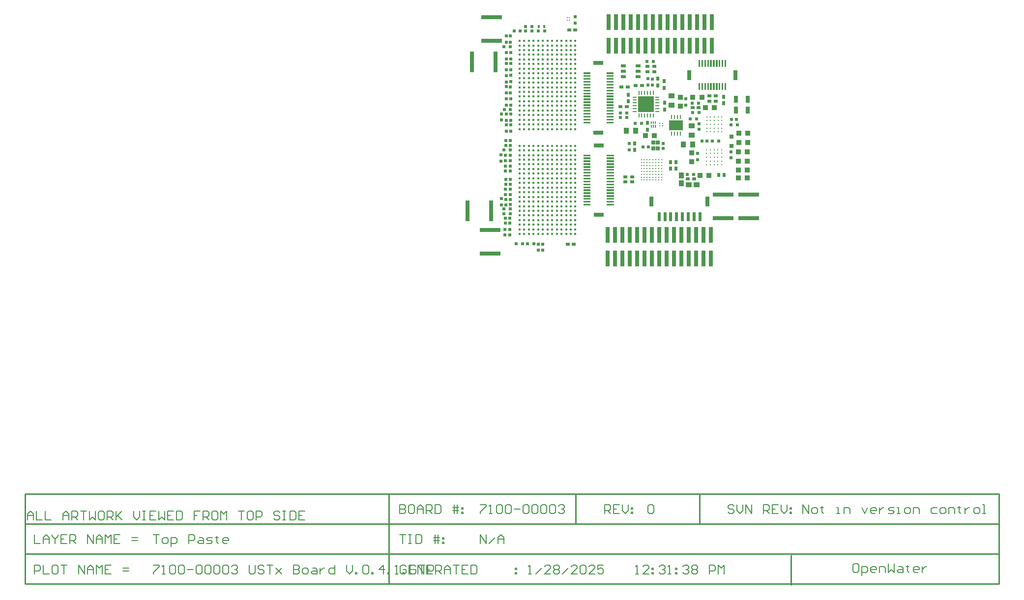
<source format=gtp>
G04*
G04 #@! TF.GenerationSoftware,Altium Limited,Altium Designer,24.3.1 (35)*
G04*
G04 Layer_Color=8421504*
%FSAX25Y25*%
%MOIN*%
G70*
G04*
G04 #@! TF.SameCoordinates,9BAF8AC8-72E2-4161-A934-73288D8D8D4B*
G04*
G04*
G04 #@! TF.FilePolarity,Positive*
G04*
G01*
G75*
%ADD11C,0.01000*%
%ADD20C,0.00800*%
%ADD21C,0.00984*%
%ADD22C,0.01575*%
%ADD23R,0.02559X0.02953*%
%ADD24R,0.03937X0.03540*%
%ADD25R,0.03937X0.03540*%
%ADD26C,0.01100*%
%ADD27R,0.02400X0.02200*%
%ADD28R,0.03750X0.02200*%
%ADD29R,0.02362X0.06102*%
%ADD30R,0.03150X0.07087*%
%ADD31R,0.02913X0.11004*%
%ADD32R,0.02000X0.02600*%
%ADD33R,0.10630X0.10630*%
%ADD34O,0.03150X0.00984*%
%ADD35O,0.00984X0.03150*%
%ADD36R,0.02800X0.04900*%
%ADD37R,0.03200X0.03200*%
%ADD38R,0.02800X0.02200*%
%ADD39R,0.07087X0.03150*%
%ADD40R,0.02000X0.02400*%
%ADD41R,0.09800X0.06900*%
%ADD42R,0.01000X0.03100*%
%ADD43R,0.03600X0.03700*%
%ADD44R,0.02200X0.02200*%
%ADD45R,0.14200X0.02500*%
%ADD46R,0.02200X0.02000*%
%ADD47C,0.00787*%
%ADD48C,0.01300*%
%ADD49R,0.03740X0.04432*%
%ADD50R,0.04432X0.03740*%
%ADD51R,0.02400X0.02000*%
%ADD52R,0.02200X0.02400*%
%ADD53R,0.02600X0.02000*%
%ADD54R,0.03540X0.03937*%
%ADD55R,0.03540X0.03937*%
%ADD56R,0.03700X0.03600*%
%ADD57R,0.01800X0.02200*%
%ADD58R,0.02283X0.02598*%
%ADD59R,0.02283X0.02598*%
%ADD60R,0.02200X0.02200*%
%ADD61R,0.03150X0.02975*%
%ADD62R,0.02500X0.14200*%
G36*
X0515399Y0390871D02*
X0514296D01*
Y0395596D01*
X0515399D01*
Y0390871D01*
D02*
G37*
G36*
X0513430D02*
X0512328D01*
Y0395596D01*
X0513430D01*
Y0390871D01*
D02*
G37*
G36*
X0511462D02*
X0510359D01*
Y0395596D01*
X0511462D01*
Y0390871D01*
D02*
G37*
G36*
X0509493D02*
X0508391D01*
Y0395596D01*
X0509493D01*
Y0390871D01*
D02*
G37*
G36*
X0507525D02*
X0506422D01*
Y0395596D01*
X0507525D01*
Y0390871D01*
D02*
G37*
G36*
X0505556D02*
X0504454D01*
Y0395596D01*
X0505556D01*
Y0390871D01*
D02*
G37*
G36*
X0503588D02*
X0502485D01*
Y0395596D01*
X0503588D01*
Y0390871D01*
D02*
G37*
G36*
X0501619D02*
X0500517D01*
Y0395596D01*
X0501619D01*
Y0390871D01*
D02*
G37*
G36*
X0499651D02*
X0498548D01*
Y0395596D01*
X0499651D01*
Y0390871D01*
D02*
G37*
G36*
X0497682D02*
X0496580D01*
Y0395596D01*
X0497682D01*
Y0390871D01*
D02*
G37*
G36*
X0438957Y0386021D02*
X0434233D01*
Y0387124D01*
X0438957D01*
Y0386021D01*
D02*
G37*
G36*
X0423209D02*
X0418485D01*
Y0387124D01*
X0423209D01*
Y0386021D01*
D02*
G37*
G36*
X0438957Y0384053D02*
X0434233D01*
Y0385155D01*
X0438957D01*
Y0384053D01*
D02*
G37*
G36*
X0423209D02*
X0418485D01*
Y0385155D01*
X0423209D01*
Y0384053D01*
D02*
G37*
G36*
X0438957Y0382084D02*
X0434233D01*
Y0383187D01*
X0438957D01*
Y0382084D01*
D02*
G37*
G36*
X0423209D02*
X0418485D01*
Y0383187D01*
X0423209D01*
Y0382084D01*
D02*
G37*
G36*
X0438957Y0380116D02*
X0434233D01*
Y0381218D01*
X0438957D01*
Y0380116D01*
D02*
G37*
G36*
X0423209D02*
X0418485D01*
Y0381218D01*
X0423209D01*
Y0380116D01*
D02*
G37*
G36*
X0438957Y0378148D02*
X0434233D01*
Y0379250D01*
X0438957D01*
Y0378148D01*
D02*
G37*
G36*
X0423209D02*
X0418485D01*
Y0379250D01*
X0423209D01*
Y0378148D01*
D02*
G37*
G36*
X0438957Y0376179D02*
X0434233D01*
Y0377281D01*
X0438957D01*
Y0376179D01*
D02*
G37*
G36*
X0423209D02*
X0418485D01*
Y0377281D01*
X0423209D01*
Y0376179D01*
D02*
G37*
G36*
X0515399Y0375123D02*
X0514296D01*
Y0379847D01*
X0515399D01*
Y0375123D01*
D02*
G37*
G36*
X0513430D02*
X0512328D01*
Y0379847D01*
X0513430D01*
Y0375123D01*
D02*
G37*
G36*
X0511462D02*
X0510359D01*
Y0379847D01*
X0511462D01*
Y0375123D01*
D02*
G37*
G36*
X0509493D02*
X0508391D01*
Y0379847D01*
X0509493D01*
Y0375123D01*
D02*
G37*
G36*
X0507525D02*
X0506422D01*
Y0379847D01*
X0507525D01*
Y0375123D01*
D02*
G37*
G36*
X0505556D02*
X0504454D01*
Y0379847D01*
X0505556D01*
Y0375123D01*
D02*
G37*
G36*
X0503588D02*
X0502485D01*
Y0379847D01*
X0503588D01*
Y0375123D01*
D02*
G37*
G36*
X0501619D02*
X0500517D01*
Y0379847D01*
X0501619D01*
Y0375123D01*
D02*
G37*
G36*
X0499651D02*
X0498548D01*
Y0379847D01*
X0499651D01*
Y0375123D01*
D02*
G37*
G36*
X0497682D02*
X0496580D01*
Y0379847D01*
X0497682D01*
Y0375123D01*
D02*
G37*
G36*
X0438957Y0374211D02*
X0434233D01*
Y0375313D01*
X0438957D01*
Y0374211D01*
D02*
G37*
G36*
X0423209D02*
X0418485D01*
Y0375313D01*
X0423209D01*
Y0374211D01*
D02*
G37*
G36*
X0438957Y0372242D02*
X0434233D01*
Y0373344D01*
X0438957D01*
Y0372242D01*
D02*
G37*
G36*
X0423209D02*
X0418485D01*
Y0373344D01*
X0423209D01*
Y0372242D01*
D02*
G37*
G36*
X0438957Y0370273D02*
X0434233D01*
Y0371376D01*
X0438957D01*
Y0370273D01*
D02*
G37*
G36*
X0423209D02*
X0418485D01*
Y0371376D01*
X0423209D01*
Y0370273D01*
D02*
G37*
G36*
X0438957Y0368305D02*
X0434233D01*
Y0369407D01*
X0438957D01*
Y0368305D01*
D02*
G37*
G36*
X0423209D02*
X0418485D01*
Y0369407D01*
X0423209D01*
Y0368305D01*
D02*
G37*
G36*
X0438957Y0366336D02*
X0434233D01*
Y0367439D01*
X0438957D01*
Y0366336D01*
D02*
G37*
G36*
X0423209D02*
X0418485D01*
Y0367439D01*
X0423209D01*
Y0366336D01*
D02*
G37*
G36*
X0438957Y0364368D02*
X0434233D01*
Y0365470D01*
X0438957D01*
Y0364368D01*
D02*
G37*
G36*
X0423209D02*
X0418485D01*
Y0365470D01*
X0423209D01*
Y0364368D01*
D02*
G37*
G36*
X0438957Y0362400D02*
X0434233D01*
Y0363502D01*
X0438957D01*
Y0362400D01*
D02*
G37*
G36*
X0423209D02*
X0418485D01*
Y0363502D01*
X0423209D01*
Y0362400D01*
D02*
G37*
G36*
X0438957Y0360431D02*
X0434233D01*
Y0361533D01*
X0438957D01*
Y0360431D01*
D02*
G37*
G36*
X0423209D02*
X0418485D01*
Y0361533D01*
X0423209D01*
Y0360431D01*
D02*
G37*
G36*
X0438957Y0358463D02*
X0434233D01*
Y0359565D01*
X0438957D01*
Y0358463D01*
D02*
G37*
G36*
X0423209D02*
X0418485D01*
Y0359565D01*
X0423209D01*
Y0358463D01*
D02*
G37*
G36*
X0438957Y0356494D02*
X0434233D01*
Y0357596D01*
X0438957D01*
Y0356494D01*
D02*
G37*
G36*
X0423209D02*
X0418485D01*
Y0357596D01*
X0423209D01*
Y0356494D01*
D02*
G37*
G36*
X0438957Y0354525D02*
X0434233D01*
Y0355628D01*
X0438957D01*
Y0354525D01*
D02*
G37*
G36*
X0423209D02*
X0418485D01*
Y0355628D01*
X0423209D01*
Y0354525D01*
D02*
G37*
G36*
X0438957Y0352557D02*
X0434233D01*
Y0353659D01*
X0438957D01*
Y0352557D01*
D02*
G37*
G36*
X0423209D02*
X0418485D01*
Y0353659D01*
X0423209D01*
Y0352557D01*
D02*
G37*
G36*
X0467616Y0352118D02*
X0467024D01*
Y0354008D01*
X0467616D01*
Y0352118D01*
D02*
G37*
G36*
X0466237D02*
X0465646D01*
Y0354008D01*
X0466237D01*
Y0352118D01*
D02*
G37*
G36*
X0464860D02*
X0464268D01*
Y0354008D01*
X0464860D01*
Y0352118D01*
D02*
G37*
G36*
X0467616Y0349480D02*
X0467024D01*
Y0351371D01*
X0467616D01*
Y0349480D01*
D02*
G37*
G36*
X0466237D02*
X0465646D01*
Y0351371D01*
X0466237D01*
Y0349480D01*
D02*
G37*
G36*
X0464860D02*
X0464268D01*
Y0351371D01*
X0464860D01*
Y0349480D01*
D02*
G37*
G36*
X0439181Y0330238D02*
X0434456D01*
Y0331340D01*
X0439181D01*
Y0330238D01*
D02*
G37*
G36*
X0423433D02*
X0418708D01*
Y0331340D01*
X0423433D01*
Y0330238D01*
D02*
G37*
G36*
X0439181Y0328269D02*
X0434456D01*
Y0329372D01*
X0439181D01*
Y0328269D01*
D02*
G37*
G36*
X0423433D02*
X0418708D01*
Y0329372D01*
X0423433D01*
Y0328269D01*
D02*
G37*
G36*
X0439181Y0326301D02*
X0434456D01*
Y0327403D01*
X0439181D01*
Y0326301D01*
D02*
G37*
G36*
X0423433D02*
X0418708D01*
Y0327403D01*
X0423433D01*
Y0326301D01*
D02*
G37*
G36*
X0439181Y0324332D02*
X0434456D01*
Y0325435D01*
X0439181D01*
Y0324332D01*
D02*
G37*
G36*
X0423433D02*
X0418708D01*
Y0325435D01*
X0423433D01*
Y0324332D01*
D02*
G37*
G36*
X0439181Y0322364D02*
X0434456D01*
Y0323466D01*
X0439181D01*
Y0322364D01*
D02*
G37*
G36*
X0423433D02*
X0418708D01*
Y0323466D01*
X0423433D01*
Y0322364D01*
D02*
G37*
G36*
X0439181Y0320395D02*
X0434456D01*
Y0321498D01*
X0439181D01*
Y0320395D01*
D02*
G37*
G36*
X0423433D02*
X0418708D01*
Y0321498D01*
X0423433D01*
Y0320395D01*
D02*
G37*
G36*
X0439181Y0318427D02*
X0434456D01*
Y0319529D01*
X0439181D01*
Y0318427D01*
D02*
G37*
G36*
X0423433D02*
X0418708D01*
Y0319529D01*
X0423433D01*
Y0318427D01*
D02*
G37*
G36*
X0439181Y0316458D02*
X0434456D01*
Y0317561D01*
X0439181D01*
Y0316458D01*
D02*
G37*
G36*
X0423433D02*
X0418708D01*
Y0317561D01*
X0423433D01*
Y0316458D01*
D02*
G37*
G36*
X0439181Y0314490D02*
X0434456D01*
Y0315592D01*
X0439181D01*
Y0314490D01*
D02*
G37*
G36*
X0423433D02*
X0418708D01*
Y0315592D01*
X0423433D01*
Y0314490D01*
D02*
G37*
G36*
X0439181Y0312521D02*
X0434456D01*
Y0313624D01*
X0439181D01*
Y0312521D01*
D02*
G37*
G36*
X0423433D02*
X0418708D01*
Y0313624D01*
X0423433D01*
Y0312521D01*
D02*
G37*
G36*
X0439181Y0310553D02*
X0434456D01*
Y0311655D01*
X0439181D01*
Y0310553D01*
D02*
G37*
G36*
X0423433D02*
X0418708D01*
Y0311655D01*
X0423433D01*
Y0310553D01*
D02*
G37*
G36*
X0439181Y0308584D02*
X0434456D01*
Y0309687D01*
X0439181D01*
Y0308584D01*
D02*
G37*
G36*
X0423433D02*
X0418708D01*
Y0309687D01*
X0423433D01*
Y0308584D01*
D02*
G37*
G36*
X0439181Y0306616D02*
X0434456D01*
Y0307718D01*
X0439181D01*
Y0306616D01*
D02*
G37*
G36*
X0423433D02*
X0418708D01*
Y0307718D01*
X0423433D01*
Y0306616D01*
D02*
G37*
G36*
X0439181Y0304647D02*
X0434456D01*
Y0305750D01*
X0439181D01*
Y0304647D01*
D02*
G37*
G36*
X0423433D02*
X0418708D01*
Y0305750D01*
X0423433D01*
Y0304647D01*
D02*
G37*
G36*
X0439181Y0302679D02*
X0434456D01*
Y0303781D01*
X0439181D01*
Y0302679D01*
D02*
G37*
G36*
X0423433D02*
X0418708D01*
Y0303781D01*
X0423433D01*
Y0302679D01*
D02*
G37*
G36*
X0439181Y0300710D02*
X0434456D01*
Y0301813D01*
X0439181D01*
Y0300710D01*
D02*
G37*
G36*
X0423433D02*
X0418708D01*
Y0301813D01*
X0423433D01*
Y0300710D01*
D02*
G37*
G36*
X0439181Y0298742D02*
X0434456D01*
Y0299844D01*
X0439181D01*
Y0298742D01*
D02*
G37*
G36*
X0423433D02*
X0418708D01*
Y0299844D01*
X0423433D01*
Y0298742D01*
D02*
G37*
G36*
X0439181Y0296773D02*
X0434456D01*
Y0297876D01*
X0439181D01*
Y0296773D01*
D02*
G37*
G36*
X0423433D02*
X0418708D01*
Y0297876D01*
X0423433D01*
Y0296773D01*
D02*
G37*
G54D11*
X0497200Y0080717D02*
Y0101050D01*
X0413200Y0080717D02*
Y0101050D01*
X0040000Y0080717D02*
X0700200D01*
X0040000Y0060383D02*
X0700000D01*
X0040000Y0040050D02*
X0440500D01*
X0040050Y0101050D02*
X0700200D01*
X0040050Y0040050D02*
Y0101050D01*
Y0040050D02*
X0197600D01*
X0040000D02*
Y0101050D01*
X0286500Y0040050D02*
Y0101050D01*
X0700200Y0040050D02*
Y0101050D01*
X0440500Y0040050D02*
X0700200D01*
X0559400Y0039400D02*
Y0059683D01*
G54D20*
X0126900Y0073549D02*
X0130899D01*
X0128899D01*
Y0067551D01*
X0133898D02*
X0135897D01*
X0136897Y0068550D01*
Y0070550D01*
X0135897Y0071549D01*
X0133898D01*
X0132898Y0070550D01*
Y0068550D01*
X0133898Y0067551D01*
X0138896Y0065551D02*
Y0071549D01*
X0141895D01*
X0142895Y0070550D01*
Y0068550D01*
X0141895Y0067551D01*
X0138896D01*
X0150892D02*
Y0073549D01*
X0153891D01*
X0154891Y0072549D01*
Y0070550D01*
X0153891Y0069550D01*
X0150892D01*
X0157890Y0071549D02*
X0159889D01*
X0160889Y0070550D01*
Y0067551D01*
X0157890D01*
X0156890Y0068550D01*
X0157890Y0069550D01*
X0160889D01*
X0162888Y0067551D02*
X0165887D01*
X0166887Y0068550D01*
X0165887Y0069550D01*
X0163888D01*
X0162888Y0070550D01*
X0163888Y0071549D01*
X0166887D01*
X0169886Y0072549D02*
Y0071549D01*
X0168886D01*
X0170886D01*
X0169886D01*
Y0068550D01*
X0170886Y0067551D01*
X0176884D02*
X0174884D01*
X0173885Y0068550D01*
Y0070550D01*
X0174884Y0071549D01*
X0176884D01*
X0177884Y0070550D01*
Y0069550D01*
X0173885D01*
X0567400Y0087833D02*
Y0093831D01*
X0571399Y0087833D01*
Y0093831D01*
X0574398Y0087833D02*
X0576397D01*
X0577397Y0088833D01*
Y0090832D01*
X0576397Y0091832D01*
X0574398D01*
X0573398Y0090832D01*
Y0088833D01*
X0574398Y0087833D01*
X0580396Y0092832D02*
Y0091832D01*
X0579396D01*
X0581395D01*
X0580396D01*
Y0088833D01*
X0581395Y0087833D01*
X0590393D02*
X0592392D01*
X0591392D01*
Y0091832D01*
X0590393D01*
X0595391Y0087833D02*
Y0091832D01*
X0598390D01*
X0599390Y0090832D01*
Y0087833D01*
X0607387Y0091832D02*
X0609386Y0087833D01*
X0611386Y0091832D01*
X0616384Y0087833D02*
X0614385D01*
X0613385Y0088833D01*
Y0090832D01*
X0614385Y0091832D01*
X0616384D01*
X0617384Y0090832D01*
Y0089833D01*
X0613385D01*
X0619383Y0091832D02*
Y0087833D01*
Y0089833D01*
X0620383Y0090832D01*
X0621383Y0091832D01*
X0622382D01*
X0625381Y0087833D02*
X0628380D01*
X0629380Y0088833D01*
X0628380Y0089833D01*
X0626381D01*
X0625381Y0090832D01*
X0626381Y0091832D01*
X0629380D01*
X0631379Y0087833D02*
X0633379D01*
X0632379D01*
Y0091832D01*
X0631379D01*
X0637377Y0087833D02*
X0639377D01*
X0640376Y0088833D01*
Y0090832D01*
X0639377Y0091832D01*
X0637377D01*
X0636378Y0090832D01*
Y0088833D01*
X0637377Y0087833D01*
X0642376D02*
Y0091832D01*
X0645375D01*
X0646374Y0090832D01*
Y0087833D01*
X0658371Y0091832D02*
X0655372D01*
X0654372Y0090832D01*
Y0088833D01*
X0655372Y0087833D01*
X0658371D01*
X0661370D02*
X0663369D01*
X0664369Y0088833D01*
Y0090832D01*
X0663369Y0091832D01*
X0661370D01*
X0660370Y0090832D01*
Y0088833D01*
X0661370Y0087833D01*
X0666368D02*
Y0091832D01*
X0669367D01*
X0670367Y0090832D01*
Y0087833D01*
X0673366Y0092832D02*
Y0091832D01*
X0672366D01*
X0674365D01*
X0673366D01*
Y0088833D01*
X0674365Y0087833D01*
X0677364Y0091832D02*
Y0087833D01*
Y0089833D01*
X0678364Y0090832D01*
X0679364Y0091832D01*
X0680364D01*
X0684362Y0087833D02*
X0686362D01*
X0687361Y0088833D01*
Y0090832D01*
X0686362Y0091832D01*
X0684362D01*
X0683362Y0090832D01*
Y0088833D01*
X0684362Y0087833D01*
X0689361D02*
X0691360D01*
X0690360D01*
Y0093831D01*
X0689361D01*
X0520799Y0092832D02*
X0519799Y0093831D01*
X0517800D01*
X0516800Y0092832D01*
Y0091832D01*
X0517800Y0090832D01*
X0519799D01*
X0520799Y0089833D01*
Y0088833D01*
X0519799Y0087833D01*
X0517800D01*
X0516800Y0088833D01*
X0522798Y0093831D02*
Y0089833D01*
X0524797Y0087833D01*
X0526797Y0089833D01*
Y0093831D01*
X0528796Y0087833D02*
Y0093831D01*
X0532795Y0087833D01*
Y0093831D01*
X0540792Y0087833D02*
Y0093831D01*
X0543791D01*
X0544791Y0092832D01*
Y0090832D01*
X0543791Y0089833D01*
X0540792D01*
X0542792D02*
X0544791Y0087833D01*
X0550789Y0093831D02*
X0546790D01*
Y0087833D01*
X0550789D01*
X0546790Y0090832D02*
X0548790D01*
X0552788Y0093831D02*
Y0089833D01*
X0554788Y0087833D01*
X0556787Y0089833D01*
Y0093831D01*
X0558786Y0091832D02*
X0559786D01*
Y0090832D01*
X0558786D01*
Y0091832D01*
Y0088833D02*
X0559786D01*
Y0087833D01*
X0558786D01*
Y0088833D01*
X0433000Y0087833D02*
Y0093831D01*
X0435999D01*
X0436999Y0092832D01*
Y0090832D01*
X0435999Y0089833D01*
X0433000D01*
X0434999D02*
X0436999Y0087833D01*
X0442997Y0093831D02*
X0438998D01*
Y0087833D01*
X0442997D01*
X0438998Y0090832D02*
X0440997D01*
X0444996Y0093831D02*
Y0089833D01*
X0446995Y0087833D01*
X0448995Y0089833D01*
Y0093831D01*
X0450994Y0091832D02*
X0451994D01*
Y0090832D01*
X0450994D01*
Y0091832D01*
Y0088833D02*
X0451994D01*
Y0087833D01*
X0450994D01*
Y0088833D01*
X0126900Y0052965D02*
X0130899D01*
Y0051965D01*
X0126900Y0047966D01*
Y0046966D01*
X0132898D02*
X0134897D01*
X0133898D01*
Y0052965D01*
X0132898Y0051965D01*
X0137896D02*
X0138896Y0052965D01*
X0140895D01*
X0141895Y0051965D01*
Y0047966D01*
X0140895Y0046966D01*
X0138896D01*
X0137896Y0047966D01*
Y0051965D01*
X0143895D02*
X0144894Y0052965D01*
X0146894D01*
X0147893Y0051965D01*
Y0047966D01*
X0146894Y0046966D01*
X0144894D01*
X0143895Y0047966D01*
Y0051965D01*
X0149893Y0049966D02*
X0153891D01*
X0155891Y0051965D02*
X0156890Y0052965D01*
X0158890D01*
X0159889Y0051965D01*
Y0047966D01*
X0158890Y0046966D01*
X0156890D01*
X0155891Y0047966D01*
Y0051965D01*
X0161889D02*
X0162888Y0052965D01*
X0164888D01*
X0165887Y0051965D01*
Y0047966D01*
X0164888Y0046966D01*
X0162888D01*
X0161889Y0047966D01*
Y0051965D01*
X0167887D02*
X0168886Y0052965D01*
X0170886D01*
X0171885Y0051965D01*
Y0047966D01*
X0170886Y0046966D01*
X0168886D01*
X0167887Y0047966D01*
Y0051965D01*
X0173885D02*
X0174884Y0052965D01*
X0176884D01*
X0177884Y0051965D01*
Y0047966D01*
X0176884Y0046966D01*
X0174884D01*
X0173885Y0047966D01*
Y0051965D01*
X0179883D02*
X0180883Y0052965D01*
X0182882D01*
X0183882Y0051965D01*
Y0050965D01*
X0182882Y0049966D01*
X0181882D01*
X0182882D01*
X0183882Y0048966D01*
Y0047966D01*
X0182882Y0046966D01*
X0180883D01*
X0179883Y0047966D01*
X0191879Y0052965D02*
Y0047966D01*
X0192879Y0046966D01*
X0194878D01*
X0195878Y0047966D01*
Y0052965D01*
X0201876Y0051965D02*
X0200876Y0052965D01*
X0198877D01*
X0197877Y0051965D01*
Y0050965D01*
X0198877Y0049966D01*
X0200876D01*
X0201876Y0048966D01*
Y0047966D01*
X0200876Y0046966D01*
X0198877D01*
X0197877Y0047966D01*
X0203875Y0052965D02*
X0207874D01*
X0205874D01*
Y0046966D01*
X0209873Y0050965D02*
X0213872Y0046966D01*
X0211873Y0048966D01*
X0213872Y0050965D01*
X0209873Y0046966D01*
X0221869Y0052965D02*
Y0046966D01*
X0224868D01*
X0225868Y0047966D01*
Y0048966D01*
X0224868Y0049966D01*
X0221869D01*
X0224868D01*
X0225868Y0050965D01*
Y0051965D01*
X0224868Y0052965D01*
X0221869D01*
X0228867Y0046966D02*
X0230866D01*
X0231866Y0047966D01*
Y0049966D01*
X0230866Y0050965D01*
X0228867D01*
X0227867Y0049966D01*
Y0047966D01*
X0228867Y0046966D01*
X0234865Y0050965D02*
X0236864D01*
X0237864Y0049966D01*
Y0046966D01*
X0234865D01*
X0233865Y0047966D01*
X0234865Y0048966D01*
X0237864D01*
X0239863Y0050965D02*
Y0046966D01*
Y0048966D01*
X0240863Y0049966D01*
X0241863Y0050965D01*
X0242863D01*
X0249860Y0052965D02*
Y0046966D01*
X0246861D01*
X0245862Y0047966D01*
Y0049966D01*
X0246861Y0050965D01*
X0249860D01*
X0257858Y0052965D02*
Y0048966D01*
X0259857Y0046966D01*
X0261856Y0048966D01*
Y0052965D01*
X0263856Y0046966D02*
Y0047966D01*
X0264855D01*
Y0046966D01*
X0263856D01*
X0268854Y0051965D02*
X0269854Y0052965D01*
X0271853D01*
X0272853Y0051965D01*
Y0047966D01*
X0271853Y0046966D01*
X0269854D01*
X0268854Y0047966D01*
Y0051965D01*
X0274852Y0046966D02*
Y0047966D01*
X0275852D01*
Y0046966D01*
X0274852D01*
X0282850D02*
Y0052965D01*
X0279851Y0049966D01*
X0283849D01*
X0285849Y0046966D02*
Y0047966D01*
X0286848D01*
Y0046966D01*
X0285849D01*
X0290847D02*
X0292846D01*
X0291847D01*
Y0052965D01*
X0290847Y0051965D01*
X0295845Y0046966D02*
Y0047966D01*
X0296845D01*
Y0046966D01*
X0295845D01*
X0304842Y0051965D02*
X0303843Y0052965D01*
X0301843D01*
X0300844Y0051965D01*
Y0047966D01*
X0301843Y0046966D01*
X0303843D01*
X0304842Y0047966D01*
Y0049966D01*
X0302843D01*
X0306842Y0052965D02*
X0310841D01*
X0308841D01*
Y0046966D01*
X0312840D02*
Y0052965D01*
X0315839D01*
X0316839Y0051965D01*
Y0049966D01*
X0315839Y0048966D01*
X0312840D01*
X0381150Y0046966D02*
X0383149D01*
X0382150D01*
Y0052965D01*
X0381150Y0051965D01*
X0386148Y0046966D02*
X0390147Y0050965D01*
X0396145Y0046966D02*
X0392146D01*
X0396145Y0050965D01*
Y0051965D01*
X0395146Y0052965D01*
X0393146D01*
X0392146Y0051965D01*
X0398145D02*
X0399144Y0052965D01*
X0401144D01*
X0402143Y0051965D01*
Y0050965D01*
X0401144Y0049966D01*
X0402143Y0048966D01*
Y0047966D01*
X0401144Y0046966D01*
X0399144D01*
X0398145Y0047966D01*
Y0048966D01*
X0399144Y0049966D01*
X0398145Y0050965D01*
Y0051965D01*
X0399144Y0049966D02*
X0401144D01*
X0404143Y0046966D02*
X0408141Y0050965D01*
X0414139Y0046966D02*
X0410141D01*
X0414139Y0050965D01*
Y0051965D01*
X0413140Y0052965D01*
X0411140D01*
X0410141Y0051965D01*
X0416139D02*
X0417138Y0052965D01*
X0419138D01*
X0420137Y0051965D01*
Y0047966D01*
X0419138Y0046966D01*
X0417138D01*
X0416139Y0047966D01*
Y0051965D01*
X0426135Y0046966D02*
X0422137D01*
X0426135Y0050965D01*
Y0051965D01*
X0425136Y0052965D01*
X0423136D01*
X0422137Y0051965D01*
X0432133Y0052965D02*
X0428135D01*
Y0049966D01*
X0430134Y0050965D01*
X0431134D01*
X0432133Y0049966D01*
Y0047966D01*
X0431134Y0046966D01*
X0429135D01*
X0428135Y0047966D01*
X0298199Y0051965D02*
X0297199Y0052965D01*
X0295200D01*
X0294200Y0051965D01*
Y0047966D01*
X0295200Y0046966D01*
X0297199D01*
X0298199Y0047966D01*
Y0049966D01*
X0296199D01*
X0304197Y0052965D02*
X0300198D01*
Y0046966D01*
X0304197D01*
X0300198Y0049966D02*
X0302197D01*
X0306196Y0046966D02*
Y0052965D01*
X0310195Y0046966D01*
Y0052965D01*
X0316193D02*
X0312194D01*
Y0046966D01*
X0316193D01*
X0312194Y0049966D02*
X0314194D01*
X0318192Y0046966D02*
Y0052965D01*
X0321191D01*
X0322191Y0051965D01*
Y0049966D01*
X0321191Y0048966D01*
X0318192D01*
X0320192D02*
X0322191Y0046966D01*
X0324190D02*
Y0050965D01*
X0326190Y0052965D01*
X0328189Y0050965D01*
Y0046966D01*
Y0049966D01*
X0324190D01*
X0330188Y0052965D02*
X0334187D01*
X0332188D01*
Y0046966D01*
X0340185Y0052965D02*
X0336186D01*
Y0046966D01*
X0340185D01*
X0336186Y0049966D02*
X0338186D01*
X0342184Y0052965D02*
Y0046966D01*
X0345183D01*
X0346183Y0047966D01*
Y0051965D01*
X0345183Y0052965D01*
X0342184D01*
X0372175Y0050965D02*
X0373175D01*
Y0049966D01*
X0372175D01*
Y0050965D01*
Y0047966D02*
X0373175D01*
Y0046966D01*
X0372175D01*
Y0047966D01*
X0041778Y0083375D02*
Y0087374D01*
X0043777Y0089373D01*
X0045777Y0087374D01*
Y0083375D01*
Y0086374D01*
X0041778D01*
X0047776Y0089373D02*
Y0083375D01*
X0051775D01*
X0053774Y0089373D02*
Y0083375D01*
X0057773D01*
X0065770D02*
Y0087374D01*
X0067769Y0089373D01*
X0069769Y0087374D01*
Y0083375D01*
Y0086374D01*
X0065770D01*
X0071768Y0083375D02*
Y0089373D01*
X0074767D01*
X0075767Y0088373D01*
Y0086374D01*
X0074767Y0085374D01*
X0071768D01*
X0073768D02*
X0075767Y0083375D01*
X0077766Y0089373D02*
X0081765D01*
X0079766D01*
Y0083375D01*
X0083764Y0089373D02*
Y0083375D01*
X0085764Y0085374D01*
X0087763Y0083375D01*
Y0089373D01*
X0092761D02*
X0090762D01*
X0089762Y0088373D01*
Y0084374D01*
X0090762Y0083375D01*
X0092761D01*
X0093761Y0084374D01*
Y0088373D01*
X0092761Y0089373D01*
X0095760Y0083375D02*
Y0089373D01*
X0098759D01*
X0099759Y0088373D01*
Y0086374D01*
X0098759Y0085374D01*
X0095760D01*
X0097760D02*
X0099759Y0083375D01*
X0101759Y0089373D02*
Y0083375D01*
Y0085374D01*
X0105757Y0089373D01*
X0102758Y0086374D01*
X0105757Y0083375D01*
X0113755Y0089373D02*
Y0085374D01*
X0115754Y0083375D01*
X0117753Y0085374D01*
Y0089373D01*
X0119753D02*
X0121752D01*
X0120752D01*
Y0083375D01*
X0119753D01*
X0121752D01*
X0128750Y0089373D02*
X0124751D01*
Y0083375D01*
X0128750D01*
X0124751Y0086374D02*
X0126750D01*
X0130749Y0089373D02*
Y0083375D01*
X0132748Y0085374D01*
X0134748Y0083375D01*
Y0089373D01*
X0140746D02*
X0136747D01*
Y0083375D01*
X0140746D01*
X0136747Y0086374D02*
X0138747D01*
X0142745Y0089373D02*
Y0083375D01*
X0145744D01*
X0146744Y0084374D01*
Y0088373D01*
X0145744Y0089373D01*
X0142745D01*
X0158740D02*
X0154741D01*
Y0086374D01*
X0156741D01*
X0154741D01*
Y0083375D01*
X0160739D02*
Y0089373D01*
X0163738D01*
X0164738Y0088373D01*
Y0086374D01*
X0163738Y0085374D01*
X0160739D01*
X0162739D02*
X0164738Y0083375D01*
X0169737Y0089373D02*
X0167737D01*
X0166737Y0088373D01*
Y0084374D01*
X0167737Y0083375D01*
X0169737D01*
X0170736Y0084374D01*
Y0088373D01*
X0169737Y0089373D01*
X0172736Y0083375D02*
Y0089373D01*
X0174735Y0087374D01*
X0176734Y0089373D01*
Y0083375D01*
X0184732Y0089373D02*
X0188730D01*
X0186731D01*
Y0083375D01*
X0193729Y0089373D02*
X0191729D01*
X0190730Y0088373D01*
Y0084374D01*
X0191729Y0083375D01*
X0193729D01*
X0194728Y0084374D01*
Y0088373D01*
X0193729Y0089373D01*
X0196728Y0083375D02*
Y0089373D01*
X0199727D01*
X0200727Y0088373D01*
Y0086374D01*
X0199727Y0085374D01*
X0196728D01*
X0212723Y0088373D02*
X0211723Y0089373D01*
X0209723D01*
X0208724Y0088373D01*
Y0087374D01*
X0209723Y0086374D01*
X0211723D01*
X0212723Y0085374D01*
Y0084374D01*
X0211723Y0083375D01*
X0209723D01*
X0208724Y0084374D01*
X0214722Y0089373D02*
X0216721D01*
X0215722D01*
Y0083375D01*
X0214722D01*
X0216721D01*
X0219720Y0089373D02*
Y0083375D01*
X0222719D01*
X0223719Y0084374D01*
Y0088373D01*
X0222719Y0089373D01*
X0219720D01*
X0229717D02*
X0225718D01*
Y0083375D01*
X0229717D01*
X0225718Y0086374D02*
X0227718D01*
X0462150Y0092832D02*
X0463150Y0093831D01*
X0465149D01*
X0466149Y0092832D01*
Y0088833D01*
X0465149Y0087833D01*
X0463150D01*
X0462150Y0088833D01*
Y0092832D01*
X0348550Y0093831D02*
X0352549D01*
Y0092832D01*
X0348550Y0088833D01*
Y0087833D01*
X0354548D02*
X0356547D01*
X0355548D01*
Y0093831D01*
X0354548Y0092832D01*
X0359546D02*
X0360546Y0093831D01*
X0362545D01*
X0363545Y0092832D01*
Y0088833D01*
X0362545Y0087833D01*
X0360546D01*
X0359546Y0088833D01*
Y0092832D01*
X0365545D02*
X0366544Y0093831D01*
X0368544D01*
X0369543Y0092832D01*
Y0088833D01*
X0368544Y0087833D01*
X0366544D01*
X0365545Y0088833D01*
Y0092832D01*
X0371543Y0090832D02*
X0375541D01*
X0377541Y0092832D02*
X0378540Y0093831D01*
X0380540D01*
X0381539Y0092832D01*
Y0088833D01*
X0380540Y0087833D01*
X0378540D01*
X0377541Y0088833D01*
Y0092832D01*
X0383539D02*
X0384538Y0093831D01*
X0386538D01*
X0387537Y0092832D01*
Y0088833D01*
X0386538Y0087833D01*
X0384538D01*
X0383539Y0088833D01*
Y0092832D01*
X0389537D02*
X0390536Y0093831D01*
X0392536D01*
X0393535Y0092832D01*
Y0088833D01*
X0392536Y0087833D01*
X0390536D01*
X0389537Y0088833D01*
Y0092832D01*
X0395535D02*
X0396534Y0093831D01*
X0398534D01*
X0399534Y0092832D01*
Y0088833D01*
X0398534Y0087833D01*
X0396534D01*
X0395535Y0088833D01*
Y0092832D01*
X0401533D02*
X0402532Y0093831D01*
X0404532D01*
X0405532Y0092832D01*
Y0091832D01*
X0404532Y0090832D01*
X0403532D01*
X0404532D01*
X0405532Y0089833D01*
Y0088833D01*
X0404532Y0087833D01*
X0402532D01*
X0401533Y0088833D01*
X0294000Y0093831D02*
Y0087833D01*
X0296999D01*
X0297999Y0088833D01*
Y0089833D01*
X0296999Y0090832D01*
X0294000D01*
X0296999D01*
X0297999Y0091832D01*
Y0092832D01*
X0296999Y0093831D01*
X0294000D01*
X0302997D02*
X0300998D01*
X0299998Y0092832D01*
Y0088833D01*
X0300998Y0087833D01*
X0302997D01*
X0303997Y0088833D01*
Y0092832D01*
X0302997Y0093831D01*
X0305996Y0087833D02*
Y0091832D01*
X0307996Y0093831D01*
X0309995Y0091832D01*
Y0087833D01*
Y0090832D01*
X0305996D01*
X0311994Y0087833D02*
Y0093831D01*
X0314993D01*
X0315993Y0092832D01*
Y0090832D01*
X0314993Y0089833D01*
X0311994D01*
X0313994D02*
X0315993Y0087833D01*
X0317992Y0093831D02*
Y0087833D01*
X0320991D01*
X0321991Y0088833D01*
Y0092832D01*
X0320991Y0093831D01*
X0317992D01*
X0330988Y0087833D02*
Y0093831D01*
X0332987D02*
Y0087833D01*
X0329988Y0091832D02*
X0332987D01*
X0333987D01*
X0329988Y0089833D02*
X0333987D01*
X0335986Y0091832D02*
X0336986D01*
Y0090832D01*
X0335986D01*
Y0091832D01*
Y0088833D02*
X0336986D01*
Y0087833D01*
X0335986D01*
Y0088833D01*
X0046350Y0073549D02*
Y0067551D01*
X0050349D01*
X0052348D02*
Y0071549D01*
X0054347Y0073549D01*
X0056347Y0071549D01*
Y0067551D01*
Y0070550D01*
X0052348D01*
X0058346Y0073549D02*
Y0072549D01*
X0060346Y0070550D01*
X0062345Y0072549D01*
Y0073549D01*
X0060346Y0070550D02*
Y0067551D01*
X0068343Y0073549D02*
X0064344D01*
Y0067551D01*
X0068343D01*
X0064344Y0070550D02*
X0066343D01*
X0070342Y0067551D02*
Y0073549D01*
X0073341D01*
X0074341Y0072549D01*
Y0070550D01*
X0073341Y0069550D01*
X0070342D01*
X0072342D02*
X0074341Y0067551D01*
X0082338D02*
Y0073549D01*
X0086337Y0067551D01*
Y0073549D01*
X0088336Y0067551D02*
Y0071549D01*
X0090336Y0073549D01*
X0092335Y0071549D01*
Y0067551D01*
Y0070550D01*
X0088336D01*
X0094335Y0067551D02*
Y0073549D01*
X0096334Y0071549D01*
X0098333Y0073549D01*
Y0067551D01*
X0104331Y0073549D02*
X0100332D01*
Y0067551D01*
X0104331D01*
X0100332Y0070550D02*
X0102332D01*
X0112329Y0069550D02*
X0116327D01*
X0112329Y0071549D02*
X0116327D01*
X0046350Y0046966D02*
Y0052965D01*
X0049349D01*
X0050349Y0051965D01*
Y0049966D01*
X0049349Y0048966D01*
X0046350D01*
X0052348Y0052965D02*
Y0046966D01*
X0056347D01*
X0061345Y0052965D02*
X0059346D01*
X0058346Y0051965D01*
Y0047966D01*
X0059346Y0046966D01*
X0061345D01*
X0062345Y0047966D01*
Y0051965D01*
X0061345Y0052965D01*
X0064344D02*
X0068343D01*
X0066343D01*
Y0046966D01*
X0076340D02*
Y0052965D01*
X0080339Y0046966D01*
Y0052965D01*
X0082338Y0046966D02*
Y0050965D01*
X0084338Y0052965D01*
X0086337Y0050965D01*
Y0046966D01*
Y0049966D01*
X0082338D01*
X0088336Y0046966D02*
Y0052965D01*
X0090336Y0050965D01*
X0092335Y0052965D01*
Y0046966D01*
X0098333Y0052965D02*
X0094335D01*
Y0046966D01*
X0098333D01*
X0094335Y0049966D02*
X0096334D01*
X0106331Y0048966D02*
X0110329D01*
X0106331Y0050965D02*
X0110329D01*
X0454050Y0046966D02*
X0456049D01*
X0455050D01*
Y0052965D01*
X0454050Y0051965D01*
X0463047Y0046966D02*
X0459048D01*
X0463047Y0050965D01*
Y0051965D01*
X0462047Y0052965D01*
X0460048D01*
X0459048Y0051965D01*
X0465046Y0050965D02*
X0466046D01*
Y0049966D01*
X0465046D01*
Y0050965D01*
Y0047966D02*
X0466046D01*
Y0046966D01*
X0465046D01*
Y0047966D01*
X0470045Y0051965D02*
X0471044Y0052965D01*
X0473044D01*
X0474044Y0051965D01*
Y0050965D01*
X0473044Y0049966D01*
X0472044D01*
X0473044D01*
X0474044Y0048966D01*
Y0047966D01*
X0473044Y0046966D01*
X0471044D01*
X0470045Y0047966D01*
X0476043Y0046966D02*
X0478042D01*
X0477043D01*
Y0052965D01*
X0476043Y0051965D01*
X0481041Y0050965D02*
X0482041D01*
Y0049966D01*
X0481041D01*
Y0050965D01*
Y0047966D02*
X0482041D01*
Y0046966D01*
X0481041D01*
Y0047966D01*
X0486040Y0051965D02*
X0487039Y0052965D01*
X0489039D01*
X0490038Y0051965D01*
Y0050965D01*
X0489039Y0049966D01*
X0488039D01*
X0489039D01*
X0490038Y0048966D01*
Y0047966D01*
X0489039Y0046966D01*
X0487039D01*
X0486040Y0047966D01*
X0492038Y0051965D02*
X0493037Y0052965D01*
X0495037D01*
X0496036Y0051965D01*
Y0050965D01*
X0495037Y0049966D01*
X0496036Y0048966D01*
Y0047966D01*
X0495037Y0046966D01*
X0493037D01*
X0492038Y0047966D01*
Y0048966D01*
X0493037Y0049966D01*
X0492038Y0050965D01*
Y0051965D01*
X0493037Y0049966D02*
X0495037D01*
X0504034Y0046966D02*
Y0052965D01*
X0507033D01*
X0508033Y0051965D01*
Y0049966D01*
X0507033Y0048966D01*
X0504034D01*
X0510032Y0046966D02*
Y0052965D01*
X0512031Y0050965D01*
X0514031Y0052965D01*
Y0046966D01*
X0604409Y0053922D02*
X0602409D01*
X0601409Y0052922D01*
Y0048923D01*
X0602409Y0047924D01*
X0604409D01*
X0605408Y0048923D01*
Y0052922D01*
X0604409Y0053922D01*
X0607408Y0045924D02*
Y0051922D01*
X0610407D01*
X0611406Y0050923D01*
Y0048923D01*
X0610407Y0047924D01*
X0607408D01*
X0616405D02*
X0614405D01*
X0613406Y0048923D01*
Y0050923D01*
X0614405Y0051922D01*
X0616405D01*
X0617404Y0050923D01*
Y0049923D01*
X0613406D01*
X0619404Y0047924D02*
Y0051922D01*
X0622403D01*
X0623402Y0050923D01*
Y0047924D01*
X0625402Y0053922D02*
Y0047924D01*
X0627401Y0049923D01*
X0629400Y0047924D01*
Y0053922D01*
X0632400Y0051922D02*
X0634399D01*
X0635398Y0050923D01*
Y0047924D01*
X0632400D01*
X0631400Y0048923D01*
X0632400Y0049923D01*
X0635398D01*
X0638398Y0052922D02*
Y0051922D01*
X0637398D01*
X0639397D01*
X0638398D01*
Y0048923D01*
X0639397Y0047924D01*
X0645395D02*
X0643396D01*
X0642396Y0048923D01*
Y0050923D01*
X0643396Y0051922D01*
X0645395D01*
X0646395Y0050923D01*
Y0049923D01*
X0642396D01*
X0648394Y0051922D02*
Y0047924D01*
Y0049923D01*
X0649394Y0050923D01*
X0650394Y0051922D01*
X0651393D01*
X0294000Y0073498D02*
X0297999D01*
X0295999D01*
Y0067500D01*
X0299998Y0073498D02*
X0301997D01*
X0300998D01*
Y0067500D01*
X0299998D01*
X0301997D01*
X0304996Y0073498D02*
Y0067500D01*
X0307996D01*
X0308995Y0068500D01*
Y0072498D01*
X0307996Y0073498D01*
X0304996D01*
X0317992Y0067500D02*
Y0073498D01*
X0319992D02*
Y0067500D01*
X0316993Y0071499D02*
X0319992D01*
X0320991D01*
X0316993Y0069499D02*
X0320991D01*
X0322991Y0071499D02*
X0323990D01*
Y0070499D01*
X0322991D01*
Y0071499D01*
Y0068500D02*
X0323990D01*
Y0067500D01*
X0322991D01*
Y0068500D01*
X0348550Y0067500D02*
Y0073498D01*
X0352549Y0067500D01*
Y0073498D01*
X0354548Y0067500D02*
X0358547Y0071499D01*
X0360546Y0067500D02*
Y0071499D01*
X0362545Y0073498D01*
X0364545Y0071499D01*
Y0067500D01*
Y0070499D01*
X0360546D01*
G54D21*
X0472303Y0352690D02*
D03*
X0470335D02*
D03*
Y0350722D02*
D03*
X0472303D02*
D03*
G54D22*
X0375318Y0337313D02*
D03*
X0378467D02*
D03*
X0381617D02*
D03*
X0384767D02*
D03*
X0387916D02*
D03*
X0391066D02*
D03*
X0394215D02*
D03*
X0397365D02*
D03*
X0400515D02*
D03*
X0403664D02*
D03*
X0406814D02*
D03*
X0409964D02*
D03*
X0413113D02*
D03*
X0375318Y0334164D02*
D03*
X0378467D02*
D03*
X0381617D02*
D03*
X0384767D02*
D03*
X0387916D02*
D03*
X0391066D02*
D03*
X0394215D02*
D03*
X0397365D02*
D03*
X0400515D02*
D03*
X0403664D02*
D03*
X0406814D02*
D03*
X0409964D02*
D03*
X0413113D02*
D03*
X0375318Y0331014D02*
D03*
X0378467D02*
D03*
X0381617D02*
D03*
X0384767D02*
D03*
X0387916D02*
D03*
X0391066D02*
D03*
X0394215D02*
D03*
X0397365D02*
D03*
X0400515D02*
D03*
X0403664D02*
D03*
X0406814D02*
D03*
X0409964D02*
D03*
X0413113D02*
D03*
X0375318Y0327865D02*
D03*
X0378467D02*
D03*
X0381617D02*
D03*
X0384767D02*
D03*
X0387916D02*
D03*
X0391066D02*
D03*
X0394215D02*
D03*
X0397365D02*
D03*
X0400515D02*
D03*
X0403664D02*
D03*
X0406814D02*
D03*
X0409964D02*
D03*
X0413113D02*
D03*
X0375318Y0324715D02*
D03*
X0378467D02*
D03*
X0381617D02*
D03*
X0384767D02*
D03*
X0387916D02*
D03*
X0391066D02*
D03*
X0397365D02*
D03*
X0400515D02*
D03*
X0403664D02*
D03*
X0406814D02*
D03*
X0409964D02*
D03*
X0413113D02*
D03*
X0375318Y0321565D02*
D03*
X0378467D02*
D03*
X0381617D02*
D03*
X0384767D02*
D03*
X0387916D02*
D03*
X0391066D02*
D03*
X0394215D02*
D03*
X0397365D02*
D03*
X0400515D02*
D03*
X0403664D02*
D03*
X0406814D02*
D03*
X0409964D02*
D03*
X0413113D02*
D03*
X0375318Y0318416D02*
D03*
X0378467D02*
D03*
X0381617D02*
D03*
X0384767D02*
D03*
X0387916D02*
D03*
X0391066D02*
D03*
X0397365D02*
D03*
X0400515D02*
D03*
X0403664D02*
D03*
X0406814D02*
D03*
X0409964D02*
D03*
X0413113D02*
D03*
X0375318Y0315266D02*
D03*
X0378467D02*
D03*
X0381617D02*
D03*
X0384767D02*
D03*
X0387916D02*
D03*
X0391066D02*
D03*
X0397365D02*
D03*
X0400515D02*
D03*
X0403664D02*
D03*
X0406814D02*
D03*
X0409964D02*
D03*
X0413113D02*
D03*
X0375318Y0312117D02*
D03*
X0378467D02*
D03*
X0381617D02*
D03*
X0384767D02*
D03*
X0387916D02*
D03*
X0391066D02*
D03*
X0394215D02*
D03*
X0397365D02*
D03*
X0400515D02*
D03*
X0403664D02*
D03*
X0406814D02*
D03*
X0409964D02*
D03*
X0413113D02*
D03*
X0375318Y0308967D02*
D03*
X0378467D02*
D03*
X0381617D02*
D03*
X0384767D02*
D03*
X0387916D02*
D03*
X0391066D02*
D03*
X0394215D02*
D03*
X0397365D02*
D03*
X0400515D02*
D03*
X0403664D02*
D03*
X0406814D02*
D03*
X0409964D02*
D03*
X0413113D02*
D03*
X0375318Y0305817D02*
D03*
X0378467D02*
D03*
X0381617D02*
D03*
X0384767D02*
D03*
X0387916D02*
D03*
X0391066D02*
D03*
X0394215D02*
D03*
X0397365D02*
D03*
X0400515D02*
D03*
X0403664D02*
D03*
X0406814D02*
D03*
X0409964D02*
D03*
X0413113D02*
D03*
X0375318Y0302668D02*
D03*
X0378467D02*
D03*
X0381617D02*
D03*
X0384767D02*
D03*
X0387916D02*
D03*
X0391066D02*
D03*
X0394215D02*
D03*
X0397365D02*
D03*
X0400515D02*
D03*
X0403664D02*
D03*
X0406814D02*
D03*
X0409964D02*
D03*
X0413113D02*
D03*
X0375318Y0299518D02*
D03*
X0378467D02*
D03*
X0381617D02*
D03*
X0384767D02*
D03*
X0387916D02*
D03*
X0391066D02*
D03*
X0394215D02*
D03*
X0397365D02*
D03*
X0400515D02*
D03*
X0403664D02*
D03*
X0406814D02*
D03*
X0409964D02*
D03*
X0413113D02*
D03*
X0375318Y0296369D02*
D03*
X0378467D02*
D03*
X0381617D02*
D03*
X0384767D02*
D03*
X0387916D02*
D03*
X0391066D02*
D03*
X0394215D02*
D03*
X0397365D02*
D03*
X0400515D02*
D03*
X0403664D02*
D03*
X0406814D02*
D03*
X0409964D02*
D03*
X0413113D02*
D03*
X0375318Y0293219D02*
D03*
X0378467D02*
D03*
X0381617D02*
D03*
X0384767D02*
D03*
X0387916D02*
D03*
X0391066D02*
D03*
X0394215D02*
D03*
X0397365D02*
D03*
X0400515D02*
D03*
X0403664D02*
D03*
X0406814D02*
D03*
X0409964D02*
D03*
X0413113D02*
D03*
X0375318Y0290069D02*
D03*
X0378467D02*
D03*
X0381617D02*
D03*
X0384767D02*
D03*
X0387916D02*
D03*
X0391066D02*
D03*
X0394215D02*
D03*
X0397365D02*
D03*
X0400515D02*
D03*
X0403664D02*
D03*
X0406814D02*
D03*
X0409964D02*
D03*
X0413113D02*
D03*
X0375318Y0286920D02*
D03*
X0378467D02*
D03*
X0381617D02*
D03*
X0384767D02*
D03*
X0387916D02*
D03*
X0391066D02*
D03*
X0394215D02*
D03*
X0397365D02*
D03*
X0400515D02*
D03*
X0403664D02*
D03*
X0406814D02*
D03*
X0409964D02*
D03*
X0413113D02*
D03*
X0375318Y0283770D02*
D03*
X0378467D02*
D03*
X0381617D02*
D03*
X0384767D02*
D03*
X0387916D02*
D03*
X0391066D02*
D03*
X0394215D02*
D03*
X0397365D02*
D03*
X0400515D02*
D03*
X0403664D02*
D03*
X0406814D02*
D03*
X0409964D02*
D03*
X0413113D02*
D03*
X0375318Y0280621D02*
D03*
X0378467D02*
D03*
X0381617D02*
D03*
X0384767D02*
D03*
X0387916D02*
D03*
X0391066D02*
D03*
X0394215D02*
D03*
X0397365D02*
D03*
X0400515D02*
D03*
X0403664D02*
D03*
X0406814D02*
D03*
X0409964D02*
D03*
X0413113D02*
D03*
X0375318Y0277471D02*
D03*
X0378467D02*
D03*
X0381617D02*
D03*
X0384767D02*
D03*
X0387916D02*
D03*
X0391066D02*
D03*
X0394215D02*
D03*
X0397365D02*
D03*
X0400515D02*
D03*
X0403664D02*
D03*
X0406814D02*
D03*
X0409964D02*
D03*
X0413113D02*
D03*
X0394215Y0315266D02*
D03*
Y0324715D02*
D03*
Y0318416D02*
D03*
X0413113Y0348672D02*
D03*
X0409964D02*
D03*
X0406814D02*
D03*
X0403664D02*
D03*
X0400515D02*
D03*
X0397365D02*
D03*
X0394215D02*
D03*
X0391066D02*
D03*
X0387916D02*
D03*
X0384767D02*
D03*
X0381617D02*
D03*
X0378467D02*
D03*
X0375318D02*
D03*
X0413113Y0351822D02*
D03*
X0409964D02*
D03*
X0406814D02*
D03*
X0403664D02*
D03*
X0400515D02*
D03*
X0397365D02*
D03*
X0394215D02*
D03*
X0391066D02*
D03*
X0387916D02*
D03*
X0384767D02*
D03*
X0381617D02*
D03*
X0378467D02*
D03*
X0375318D02*
D03*
X0413113Y0354972D02*
D03*
X0409964D02*
D03*
X0406814D02*
D03*
X0403664D02*
D03*
X0400515D02*
D03*
X0397365D02*
D03*
X0394215D02*
D03*
X0391066D02*
D03*
X0387916D02*
D03*
X0384767D02*
D03*
X0381617D02*
D03*
X0378467D02*
D03*
X0375318D02*
D03*
X0413113Y0358121D02*
D03*
X0409964D02*
D03*
X0406814D02*
D03*
X0403664D02*
D03*
X0400515D02*
D03*
X0397365D02*
D03*
X0394215D02*
D03*
X0391066D02*
D03*
X0387916D02*
D03*
X0384767D02*
D03*
X0381617D02*
D03*
X0378467D02*
D03*
X0375318D02*
D03*
X0413113Y0361271D02*
D03*
X0409964D02*
D03*
X0406814D02*
D03*
X0403664D02*
D03*
X0400515D02*
D03*
X0397365D02*
D03*
X0394215D02*
D03*
X0391066D02*
D03*
X0387916D02*
D03*
X0384767D02*
D03*
X0381617D02*
D03*
X0378467D02*
D03*
X0375318D02*
D03*
X0413113Y0364420D02*
D03*
X0409964D02*
D03*
X0406814D02*
D03*
X0403664D02*
D03*
X0400515D02*
D03*
X0397365D02*
D03*
X0394215D02*
D03*
X0391066D02*
D03*
X0387916D02*
D03*
X0384767D02*
D03*
X0381617D02*
D03*
X0378467D02*
D03*
X0375318D02*
D03*
X0413113Y0367570D02*
D03*
X0409964D02*
D03*
X0406814D02*
D03*
X0403664D02*
D03*
X0400515D02*
D03*
X0397365D02*
D03*
X0394215D02*
D03*
X0391066D02*
D03*
X0387916D02*
D03*
X0384767D02*
D03*
X0381617D02*
D03*
X0378467D02*
D03*
X0375318D02*
D03*
X0413113Y0370720D02*
D03*
X0409964D02*
D03*
X0406814D02*
D03*
X0403664D02*
D03*
X0400515D02*
D03*
X0397365D02*
D03*
X0394215D02*
D03*
X0391066D02*
D03*
X0387916D02*
D03*
X0384767D02*
D03*
X0381617D02*
D03*
X0378467D02*
D03*
X0375318D02*
D03*
X0413113Y0373869D02*
D03*
X0409964D02*
D03*
X0406814D02*
D03*
X0403664D02*
D03*
X0400515D02*
D03*
X0397365D02*
D03*
X0394215D02*
D03*
X0391066D02*
D03*
X0387916D02*
D03*
X0384767D02*
D03*
X0381617D02*
D03*
X0378467D02*
D03*
X0375318D02*
D03*
X0413113Y0377019D02*
D03*
X0409964D02*
D03*
X0406814D02*
D03*
X0403664D02*
D03*
X0400515D02*
D03*
X0397365D02*
D03*
X0394215D02*
D03*
X0391066D02*
D03*
X0387916D02*
D03*
X0384767D02*
D03*
X0381617D02*
D03*
X0378467D02*
D03*
X0375318D02*
D03*
X0413113Y0380168D02*
D03*
X0409964D02*
D03*
X0406814D02*
D03*
X0403664D02*
D03*
X0400515D02*
D03*
X0397365D02*
D03*
X0394215D02*
D03*
X0391066D02*
D03*
X0387916D02*
D03*
X0384767D02*
D03*
X0381617D02*
D03*
X0378467D02*
D03*
X0375318D02*
D03*
X0413113Y0383318D02*
D03*
X0409964D02*
D03*
X0406814D02*
D03*
X0403664D02*
D03*
X0400515D02*
D03*
X0397365D02*
D03*
X0394215D02*
D03*
X0391066D02*
D03*
X0387916D02*
D03*
X0384767D02*
D03*
X0381617D02*
D03*
X0378467D02*
D03*
X0375318D02*
D03*
X0413113Y0386468D02*
D03*
X0409964D02*
D03*
X0406814D02*
D03*
X0403664D02*
D03*
X0400515D02*
D03*
X0397365D02*
D03*
X0394215D02*
D03*
X0391066D02*
D03*
X0387916D02*
D03*
X0384767D02*
D03*
X0381617D02*
D03*
X0378467D02*
D03*
X0375318D02*
D03*
X0413113Y0389617D02*
D03*
X0409964D02*
D03*
X0406814D02*
D03*
X0403664D02*
D03*
X0400515D02*
D03*
X0397365D02*
D03*
X0394215D02*
D03*
X0391066D02*
D03*
X0387916D02*
D03*
X0384767D02*
D03*
X0381617D02*
D03*
X0378467D02*
D03*
X0375318D02*
D03*
X0413113Y0392767D02*
D03*
X0409964D02*
D03*
X0406814D02*
D03*
X0403664D02*
D03*
X0400515D02*
D03*
X0397365D02*
D03*
X0394215D02*
D03*
X0391066D02*
D03*
X0387916D02*
D03*
X0384767D02*
D03*
X0381617D02*
D03*
X0378467D02*
D03*
X0375318D02*
D03*
X0413113Y0395916D02*
D03*
X0409964D02*
D03*
X0406814D02*
D03*
X0403664D02*
D03*
X0400515D02*
D03*
X0397365D02*
D03*
X0394215D02*
D03*
X0391066D02*
D03*
X0387916D02*
D03*
X0384767D02*
D03*
X0381617D02*
D03*
X0378467D02*
D03*
X0375318D02*
D03*
X0413113Y0399066D02*
D03*
X0406814D02*
D03*
X0403664D02*
D03*
X0400515D02*
D03*
X0397365D02*
D03*
X0394215D02*
D03*
X0391066D02*
D03*
X0387916D02*
D03*
X0384767D02*
D03*
X0381617D02*
D03*
X0378467D02*
D03*
X0375318D02*
D03*
X0413113Y0402216D02*
D03*
X0409964D02*
D03*
X0406814D02*
D03*
X0403664D02*
D03*
X0400515D02*
D03*
X0397365D02*
D03*
X0394215D02*
D03*
X0391066D02*
D03*
X0387916D02*
D03*
X0384767D02*
D03*
X0381617D02*
D03*
X0378467D02*
D03*
X0375318D02*
D03*
X0413113Y0405365D02*
D03*
X0409964D02*
D03*
X0406814D02*
D03*
X0403664D02*
D03*
X0400515D02*
D03*
X0397365D02*
D03*
X0394215D02*
D03*
X0391066D02*
D03*
X0387916D02*
D03*
X0384767D02*
D03*
X0381617D02*
D03*
X0378467D02*
D03*
X0375318D02*
D03*
X0413113Y0408515D02*
D03*
X0409964D02*
D03*
X0406814D02*
D03*
X0403664D02*
D03*
X0400515D02*
D03*
X0397365D02*
D03*
X0394215D02*
D03*
X0391066D02*
D03*
X0387916D02*
D03*
X0384767D02*
D03*
X0381617D02*
D03*
X0378467D02*
D03*
X0375318D02*
D03*
X0409964Y0399066D02*
D03*
G54D23*
X0469032Y0335465D02*
D03*
Y0339599D02*
D03*
X0466079D02*
D03*
Y0335465D02*
D03*
G54D24*
X0478463Y0371269D02*
D03*
X0492046Y0350904D02*
D03*
G54D25*
X0478463Y0364970D02*
D03*
X0492046Y0344605D02*
D03*
G54D26*
X0471596Y0327836D02*
D03*
Y0325866D02*
D03*
Y0323896D02*
D03*
Y0321926D02*
D03*
Y0319956D02*
D03*
Y0317986D02*
D03*
Y0316016D02*
D03*
Y0314046D02*
D03*
X0469626Y0327836D02*
D03*
Y0325866D02*
D03*
Y0323896D02*
D03*
Y0321926D02*
D03*
Y0319956D02*
D03*
Y0317986D02*
D03*
Y0316016D02*
D03*
Y0314046D02*
D03*
X0467656Y0327836D02*
D03*
Y0325866D02*
D03*
Y0323896D02*
D03*
Y0321926D02*
D03*
Y0319956D02*
D03*
Y0317986D02*
D03*
Y0316016D02*
D03*
Y0314046D02*
D03*
X0465686Y0327836D02*
D03*
Y0325866D02*
D03*
Y0323896D02*
D03*
Y0321926D02*
D03*
Y0319956D02*
D03*
Y0317986D02*
D03*
Y0316016D02*
D03*
Y0314046D02*
D03*
X0463716Y0327836D02*
D03*
Y0325866D02*
D03*
Y0323896D02*
D03*
Y0321926D02*
D03*
Y0319956D02*
D03*
Y0317986D02*
D03*
Y0316016D02*
D03*
Y0314046D02*
D03*
X0461746Y0327836D02*
D03*
Y0325866D02*
D03*
Y0323896D02*
D03*
Y0321926D02*
D03*
Y0319956D02*
D03*
Y0317986D02*
D03*
Y0316016D02*
D03*
Y0314046D02*
D03*
X0459776Y0327836D02*
D03*
Y0325866D02*
D03*
Y0323896D02*
D03*
Y0321926D02*
D03*
Y0319956D02*
D03*
Y0317986D02*
D03*
Y0316016D02*
D03*
Y0314046D02*
D03*
X0457806Y0327836D02*
D03*
Y0325866D02*
D03*
Y0323896D02*
D03*
Y0321926D02*
D03*
Y0319956D02*
D03*
Y0317986D02*
D03*
Y0316016D02*
D03*
Y0314046D02*
D03*
G54D27*
X0518941Y0355217D02*
D03*
X0522441D02*
D03*
X0498891Y0340531D02*
D03*
X0502391D02*
D03*
G54D28*
X0455746Y0391541D02*
D03*
Y0387801D02*
D03*
Y0384061D02*
D03*
X0445696D02*
D03*
Y0387801D02*
D03*
Y0391541D02*
D03*
G54D29*
X0469918Y0289293D02*
D03*
X0473855D02*
D03*
X0477792D02*
D03*
X0481729D02*
D03*
X0485666D02*
D03*
X0489603D02*
D03*
X0493540D02*
D03*
X0497477D02*
D03*
G54D30*
X0464800Y0299431D02*
D03*
X0502596D02*
D03*
X0521737Y0385359D02*
D03*
X0490241D02*
D03*
G54D31*
X0505080Y0276935D02*
D03*
Y0260931D02*
D03*
X0500079Y0276935D02*
D03*
Y0260931D02*
D03*
X0495080Y0276935D02*
D03*
Y0260931D02*
D03*
X0490079Y0276935D02*
D03*
Y0260931D02*
D03*
X0485079Y0276935D02*
D03*
Y0260931D02*
D03*
X0480080Y0276935D02*
D03*
Y0260931D02*
D03*
X0475079Y0276935D02*
D03*
Y0260931D02*
D03*
X0470080Y0276935D02*
D03*
Y0260931D02*
D03*
X0465079Y0276935D02*
D03*
Y0260931D02*
D03*
X0460079Y0276935D02*
D03*
Y0260931D02*
D03*
X0455080Y0276935D02*
D03*
Y0260931D02*
D03*
X0450079Y0276935D02*
D03*
Y0260931D02*
D03*
X0445080Y0276935D02*
D03*
Y0260931D02*
D03*
X0440079Y0276935D02*
D03*
Y0260931D02*
D03*
X0435079Y0276935D02*
D03*
Y0260931D02*
D03*
X0505575Y0421202D02*
D03*
Y0405198D02*
D03*
X0500575Y0421202D02*
D03*
Y0405198D02*
D03*
X0495575Y0421202D02*
D03*
Y0405198D02*
D03*
X0490575Y0421202D02*
D03*
Y0405198D02*
D03*
X0485575Y0421202D02*
D03*
Y0405198D02*
D03*
X0480575Y0421202D02*
D03*
Y0405198D02*
D03*
X0475575Y0421202D02*
D03*
Y0405198D02*
D03*
X0470575Y0421202D02*
D03*
Y0405198D02*
D03*
X0465575Y0421202D02*
D03*
Y0405198D02*
D03*
X0460575Y0421202D02*
D03*
Y0405198D02*
D03*
X0455575Y0421202D02*
D03*
Y0405198D02*
D03*
X0450575Y0421202D02*
D03*
Y0405198D02*
D03*
X0445575Y0421202D02*
D03*
Y0405198D02*
D03*
X0440575Y0421202D02*
D03*
Y0405198D02*
D03*
X0435575Y0421202D02*
D03*
Y0405198D02*
D03*
G54D32*
X0513646Y0366197D02*
D03*
Y0370597D02*
D03*
X0448824Y0367549D02*
D03*
Y0371949D02*
D03*
X0473718Y0366418D02*
D03*
Y0362018D02*
D03*
X0477677Y0321907D02*
D03*
Y0326307D02*
D03*
X0481208Y0326230D02*
D03*
Y0321830D02*
D03*
X0473427Y0376671D02*
D03*
Y0381071D02*
D03*
X0461802Y0348367D02*
D03*
Y0352767D02*
D03*
X0469099Y0378352D02*
D03*
Y0382752D02*
D03*
X0453234Y0334571D02*
D03*
Y0338971D02*
D03*
G54D33*
X0461085Y0365444D02*
D03*
G54D34*
X0453408Y0360523D02*
D03*
Y0362491D02*
D03*
Y0364460D02*
D03*
Y0366428D02*
D03*
Y0368397D02*
D03*
Y0370365D02*
D03*
X0468762D02*
D03*
Y0368397D02*
D03*
Y0366428D02*
D03*
Y0364460D02*
D03*
Y0362491D02*
D03*
Y0360523D02*
D03*
G54D35*
X0456164Y0373121D02*
D03*
X0458133D02*
D03*
X0460101D02*
D03*
X0462070D02*
D03*
X0464038D02*
D03*
X0466007D02*
D03*
Y0357767D02*
D03*
X0464038D02*
D03*
X0462070D02*
D03*
X0460101D02*
D03*
X0458133D02*
D03*
X0456164D02*
D03*
G54D36*
X0521930Y0361631D02*
D03*
X0529830D02*
D03*
X0529817Y0368856D02*
D03*
X0521917D02*
D03*
G54D37*
X0530011Y0345924D02*
D03*
X0524105D02*
D03*
X0529636Y0326767D02*
D03*
X0523731D02*
D03*
X0529595Y0320985D02*
D03*
X0523689D02*
D03*
X0529636Y0333257D02*
D03*
X0523731D02*
D03*
X0529470Y0315494D02*
D03*
X0523564D02*
D03*
X0529803Y0339580D02*
D03*
X0523897D02*
D03*
G54D38*
X0409031Y0415719D02*
D03*
X0413132D02*
D03*
X0493540Y0314990D02*
D03*
X0489440D02*
D03*
X0496713Y0363101D02*
D03*
X0492614D02*
D03*
X0407842Y0270568D02*
D03*
X0411942D02*
D03*
G54D39*
X0428945Y0337679D02*
D03*
Y0290435D02*
D03*
X0428721Y0393462D02*
D03*
Y0346218D02*
D03*
G54D40*
X0413113Y0420540D02*
D03*
Y0424840D02*
D03*
X0366248Y0411978D02*
D03*
Y0407678D02*
D03*
X0369090Y0411965D02*
D03*
Y0407665D02*
D03*
X0366260Y0377422D02*
D03*
Y0373122D02*
D03*
X0369123Y0377358D02*
D03*
Y0373058D02*
D03*
X0366260Y0380694D02*
D03*
Y0384994D02*
D03*
X0369162Y0380806D02*
D03*
Y0385106D02*
D03*
X0366369Y0347199D02*
D03*
Y0351499D02*
D03*
X0369290Y0347190D02*
D03*
Y0351490D02*
D03*
X0366215Y0400574D02*
D03*
Y0396274D02*
D03*
X0369145Y0400488D02*
D03*
Y0396187D02*
D03*
X0369233Y0369119D02*
D03*
Y0364819D02*
D03*
X0366237Y0369155D02*
D03*
Y0364855D02*
D03*
X0366199Y0388923D02*
D03*
Y0393223D02*
D03*
X0369166Y0388879D02*
D03*
Y0393179D02*
D03*
X0366369Y0354668D02*
D03*
Y0358968D02*
D03*
X0369290Y0354668D02*
D03*
Y0358968D02*
D03*
X0388064Y0266395D02*
D03*
Y0270695D02*
D03*
X0391042Y0266395D02*
D03*
Y0270695D02*
D03*
X0362658Y0331333D02*
D03*
Y0327033D02*
D03*
X0362994Y0359012D02*
D03*
Y0354712D02*
D03*
X0487823Y0369086D02*
D03*
Y0364786D02*
D03*
X0449531Y0338843D02*
D03*
Y0334543D02*
D03*
X0496031Y0327895D02*
D03*
Y0332195D02*
D03*
X0362845Y0297309D02*
D03*
Y0301609D02*
D03*
X0462292Y0382732D02*
D03*
Y0378432D02*
D03*
X0465362Y0382687D02*
D03*
Y0378387D02*
D03*
G54D41*
X0481321Y0351202D02*
D03*
G54D42*
X0484274Y0345452D02*
D03*
X0482305D02*
D03*
X0480337D02*
D03*
X0478368D02*
D03*
Y0356952D02*
D03*
X0480337D02*
D03*
X0482305D02*
D03*
X0484274D02*
D03*
G54D43*
X0507404Y0363369D02*
D03*
X0501303D02*
D03*
X0466773Y0344113D02*
D03*
X0460673D02*
D03*
X0498823Y0370225D02*
D03*
X0492723D02*
D03*
X0503727Y0317091D02*
D03*
X0497627D02*
D03*
G54D44*
X0472741Y0335472D02*
D03*
Y0338972D02*
D03*
X0365999Y0337449D02*
D03*
Y0340949D02*
D03*
X0369084Y0337435D02*
D03*
Y0340935D02*
D03*
X0368928Y0304340D02*
D03*
Y0307840D02*
D03*
X0365772Y0304325D02*
D03*
Y0307825D02*
D03*
X0368951Y0314626D02*
D03*
Y0311126D02*
D03*
X0365873Y0314578D02*
D03*
Y0311078D02*
D03*
X0365442Y0280496D02*
D03*
Y0276996D02*
D03*
X0368624Y0280450D02*
D03*
Y0276950D02*
D03*
X0365706Y0330792D02*
D03*
Y0327292D02*
D03*
X0369001Y0297430D02*
D03*
Y0300930D02*
D03*
X0365854Y0300856D02*
D03*
Y0297356D02*
D03*
X0368833Y0323658D02*
D03*
Y0320158D02*
D03*
X0365611Y0323658D02*
D03*
Y0320158D02*
D03*
X0368780Y0284805D02*
D03*
Y0288305D02*
D03*
X0365633Y0284805D02*
D03*
Y0288305D02*
D03*
X0368844Y0327292D02*
D03*
Y0330792D02*
D03*
G54D45*
X0355180Y0264131D02*
D03*
Y0280132D02*
D03*
X0513322Y0304240D02*
D03*
Y0288240D02*
D03*
X0356179Y0424532D02*
D03*
Y0408532D02*
D03*
X0530580Y0304331D02*
D03*
Y0288332D02*
D03*
G54D46*
X0518748Y0333181D02*
D03*
Y0329181D02*
D03*
G54D47*
X0409104Y0424265D02*
D03*
Y0422690D02*
D03*
X0407529Y0424265D02*
D03*
Y0422690D02*
D03*
G54D48*
X0512435Y0346722D02*
D03*
X0509876D02*
D03*
X0507317D02*
D03*
X0504758D02*
D03*
X0502199D02*
D03*
X0512435Y0349281D02*
D03*
X0509876D02*
D03*
X0507317D02*
D03*
X0504758D02*
D03*
X0502199D02*
D03*
X0512435Y0351840D02*
D03*
X0509876D02*
D03*
X0507317D02*
D03*
X0504758D02*
D03*
X0502199D02*
D03*
X0512435Y0354399D02*
D03*
X0509876D02*
D03*
X0507317D02*
D03*
X0504758D02*
D03*
X0502199D02*
D03*
X0512435Y0356958D02*
D03*
X0509876D02*
D03*
X0507317D02*
D03*
X0504758D02*
D03*
X0502199D02*
D03*
X0512257Y0334659D02*
D03*
Y0332100D02*
D03*
Y0329541D02*
D03*
Y0326982D02*
D03*
Y0324423D02*
D03*
X0509698Y0334659D02*
D03*
Y0332100D02*
D03*
Y0329541D02*
D03*
Y0326982D02*
D03*
Y0324423D02*
D03*
X0507139Y0334659D02*
D03*
Y0332100D02*
D03*
Y0329541D02*
D03*
Y0326982D02*
D03*
Y0324423D02*
D03*
X0504580Y0334659D02*
D03*
Y0332100D02*
D03*
Y0329541D02*
D03*
Y0326982D02*
D03*
Y0324423D02*
D03*
X0502021Y0334659D02*
D03*
Y0332100D02*
D03*
Y0329541D02*
D03*
Y0326982D02*
D03*
Y0324423D02*
D03*
G54D49*
X0484836Y0317296D02*
D03*
Y0311959D02*
D03*
G54D50*
X0495390Y0310931D02*
D03*
X0490053D02*
D03*
G54D51*
X0492514Y0360035D02*
D03*
X0496813D02*
D03*
X0496656Y0366166D02*
D03*
X0492356D02*
D03*
X0443589Y0356418D02*
D03*
X0447889D02*
D03*
X0447849Y0359592D02*
D03*
X0443549D02*
D03*
X0453639Y0352590D02*
D03*
X0457939D02*
D03*
X0392346Y0415339D02*
D03*
X0388046D02*
D03*
X0379365Y0418249D02*
D03*
X0383665D02*
D03*
X0379340Y0415306D02*
D03*
X0383640D02*
D03*
X0364700Y0334446D02*
D03*
X0369000D02*
D03*
X0364671Y0404641D02*
D03*
X0368971D02*
D03*
X0371478Y0415232D02*
D03*
X0375778D02*
D03*
X0364807Y0361913D02*
D03*
X0369107D02*
D03*
X0380723Y0270851D02*
D03*
X0385023D02*
D03*
X0364793Y0294385D02*
D03*
X0369093D02*
D03*
X0364800Y0291267D02*
D03*
X0369100D02*
D03*
X0489094Y0318033D02*
D03*
X0493394D02*
D03*
X0495195Y0355426D02*
D03*
X0490895D02*
D03*
X0372917Y0270862D02*
D03*
X0377217D02*
D03*
X0522829Y0351667D02*
D03*
X0518530D02*
D03*
X0510289Y0340556D02*
D03*
X0505989D02*
D03*
X0466100Y0394679D02*
D03*
X0461800D02*
D03*
G54D52*
X0496908Y0348648D02*
D03*
Y0352148D02*
D03*
G54D53*
X0448039Y0363931D02*
D03*
X0443639D02*
D03*
X0454037Y0378229D02*
D03*
X0458437D02*
D03*
X0508440Y0371269D02*
D03*
X0504040D02*
D03*
X0447104Y0312717D02*
D03*
X0451504D02*
D03*
X0447084Y0316236D02*
D03*
X0451484D02*
D03*
X0504040Y0367600D02*
D03*
X0508440D02*
D03*
X0448714Y0377171D02*
D03*
X0444314D02*
D03*
X0466493Y0391227D02*
D03*
X0462093D02*
D03*
X0466481Y0387653D02*
D03*
X0462081D02*
D03*
G54D54*
X0492597Y0338230D02*
D03*
X0447541Y0347534D02*
D03*
G54D55*
X0486298Y0338230D02*
D03*
X0453840Y0347534D02*
D03*
G54D56*
X0492049Y0326451D02*
D03*
Y0332551D02*
D03*
X0484173Y0364218D02*
D03*
Y0370318D02*
D03*
G54D57*
X0388428Y0418339D02*
D03*
X0392128D02*
D03*
G54D58*
X0514072Y0317539D02*
D03*
G54D59*
X0510213D02*
D03*
G54D60*
X0459047Y0336430D02*
D03*
X0462547D02*
D03*
G54D61*
X0518962Y0337309D02*
D03*
Y0343433D02*
D03*
G54D62*
X0342898Y0394102D02*
D03*
X0358898D02*
D03*
X0339980Y0293145D02*
D03*
X0355979D02*
D03*
M02*

</source>
